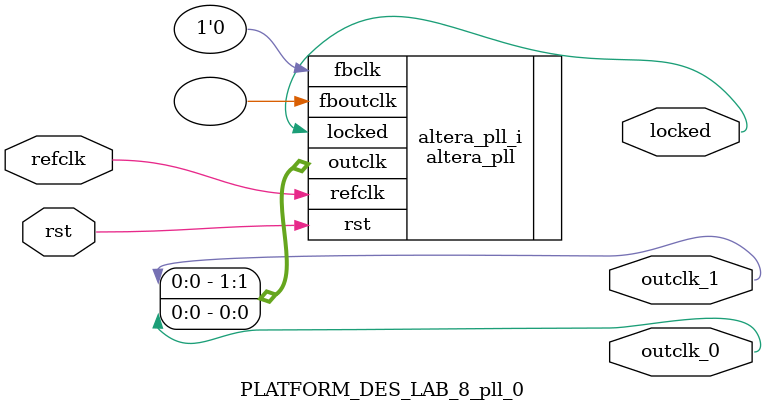
<source format=v>
`timescale 1ns/10ps
module  PLATFORM_DES_LAB_8_pll_0(

	// interface 'refclk'
	input wire refclk,

	// interface 'reset'
	input wire rst,

	// interface 'outclk0'
	output wire outclk_0,

	// interface 'outclk1'
	output wire outclk_1,

	// interface 'locked'
	output wire locked
);

	altera_pll #(
		.fractional_vco_multiplier("false"),
		.reference_clock_frequency("50.0 MHz"),
		.operation_mode("direct"),
		.number_of_clocks(2),
		.output_clock_frequency0("143.000000 MHz"),
		.phase_shift0("-2972 ps"),
		.duty_cycle0(50),
		.output_clock_frequency1("143.000000 MHz"),
		.phase_shift1("0 ps"),
		.duty_cycle1(50),
		.output_clock_frequency2("0 MHz"),
		.phase_shift2("0 ps"),
		.duty_cycle2(50),
		.output_clock_frequency3("0 MHz"),
		.phase_shift3("0 ps"),
		.duty_cycle3(50),
		.output_clock_frequency4("0 MHz"),
		.phase_shift4("0 ps"),
		.duty_cycle4(50),
		.output_clock_frequency5("0 MHz"),
		.phase_shift5("0 ps"),
		.duty_cycle5(50),
		.output_clock_frequency6("0 MHz"),
		.phase_shift6("0 ps"),
		.duty_cycle6(50),
		.output_clock_frequency7("0 MHz"),
		.phase_shift7("0 ps"),
		.duty_cycle7(50),
		.output_clock_frequency8("0 MHz"),
		.phase_shift8("0 ps"),
		.duty_cycle8(50),
		.output_clock_frequency9("0 MHz"),
		.phase_shift9("0 ps"),
		.duty_cycle9(50),
		.output_clock_frequency10("0 MHz"),
		.phase_shift10("0 ps"),
		.duty_cycle10(50),
		.output_clock_frequency11("0 MHz"),
		.phase_shift11("0 ps"),
		.duty_cycle11(50),
		.output_clock_frequency12("0 MHz"),
		.phase_shift12("0 ps"),
		.duty_cycle12(50),
		.output_clock_frequency13("0 MHz"),
		.phase_shift13("0 ps"),
		.duty_cycle13(50),
		.output_clock_frequency14("0 MHz"),
		.phase_shift14("0 ps"),
		.duty_cycle14(50),
		.output_clock_frequency15("0 MHz"),
		.phase_shift15("0 ps"),
		.duty_cycle15(50),
		.output_clock_frequency16("0 MHz"),
		.phase_shift16("0 ps"),
		.duty_cycle16(50),
		.output_clock_frequency17("0 MHz"),
		.phase_shift17("0 ps"),
		.duty_cycle17(50),
		.pll_type("General"),
		.pll_subtype("General")
	) altera_pll_i (
		.rst	(rst),
		.outclk	({outclk_1, outclk_0}),
		.locked	(locked),
		.fboutclk	( ),
		.fbclk	(1'b0),
		.refclk	(refclk)
	);
endmodule


</source>
